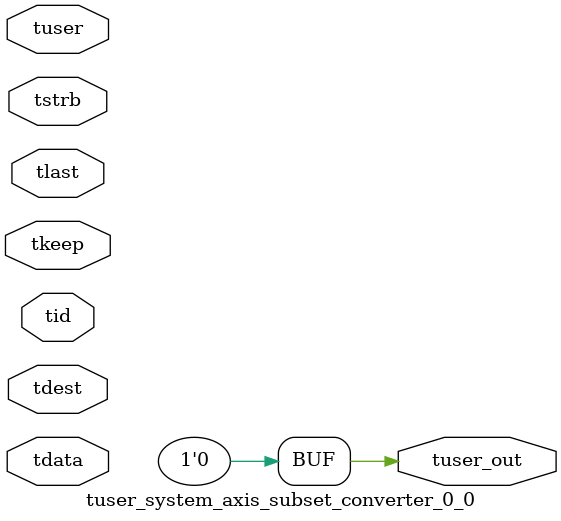
<source format=v>


`timescale 1ps/1ps

module tuser_system_axis_subset_converter_0_0 #
(
parameter C_S_AXIS_TUSER_WIDTH = 1,
parameter C_S_AXIS_TDATA_WIDTH = 32,
parameter C_S_AXIS_TID_WIDTH   = 0,
parameter C_S_AXIS_TDEST_WIDTH = 0,
parameter C_M_AXIS_TUSER_WIDTH = 1
)
(
input  [(C_S_AXIS_TUSER_WIDTH == 0 ? 1 : C_S_AXIS_TUSER_WIDTH)-1:0     ] tuser,
input  [(C_S_AXIS_TDATA_WIDTH == 0 ? 1 : C_S_AXIS_TDATA_WIDTH)-1:0     ] tdata,
input  [(C_S_AXIS_TID_WIDTH   == 0 ? 1 : C_S_AXIS_TID_WIDTH)-1:0       ] tid,
input  [(C_S_AXIS_TDEST_WIDTH == 0 ? 1 : C_S_AXIS_TDEST_WIDTH)-1:0     ] tdest,
input  [(C_S_AXIS_TDATA_WIDTH/8)-1:0 ] tkeep,
input  [(C_S_AXIS_TDATA_WIDTH/8)-1:0 ] tstrb,
input                                                                    tlast,
output [C_M_AXIS_TUSER_WIDTH-1:0] tuser_out
);

assign tuser_out = {1'b0};

endmodule


</source>
